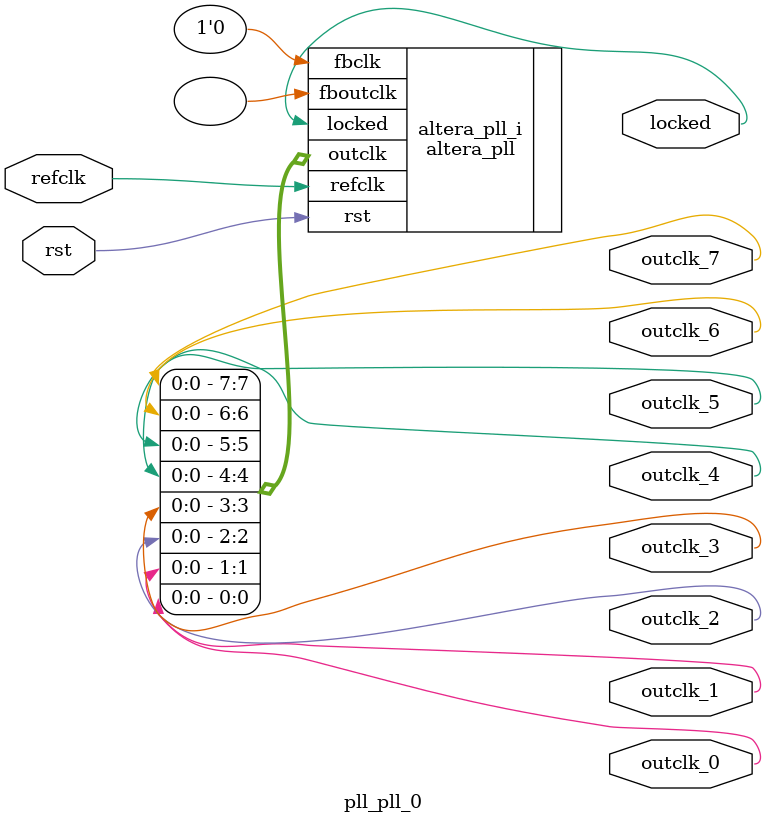
<source format=v>
`timescale 1ns/10ps
module  pll_pll_0(

	// interface 'refclk'
	input wire refclk,

	// interface 'reset'
	input wire rst,

	// interface 'outclk0'
	output wire outclk_0,

	// interface 'outclk1'
	output wire outclk_1,

	// interface 'outclk2'
	output wire outclk_2,

	// interface 'outclk3'
	output wire outclk_3,

	// interface 'outclk4'
	output wire outclk_4,

	// interface 'outclk5'
	output wire outclk_5,

	// interface 'outclk6'
	output wire outclk_6,

	// interface 'outclk7'
	output wire outclk_7,

	// interface 'locked'
	output wire locked
);

	altera_pll #(
		.fractional_vco_multiplier("true"),
		.reference_clock_frequency("50.0 MHz"),
		.operation_mode("normal"),
		.number_of_clocks(8),
		.output_clock_frequency0("255.999872 MHz"),
		.phase_shift0("0 ps"),
		.duty_cycle0(50),
		.output_clock_frequency1("109.714257 MHz"),
		.phase_shift1("0 ps"),
		.duty_cycle1(50),
		.output_clock_frequency2("63.999981 MHz"),
		.phase_shift2("0 ps"),
		.duty_cycle2(50),
		.output_clock_frequency3("31.999989 MHz"),
		.phase_shift3("0 ps"),
		.duty_cycle3(50),
		.output_clock_frequency4("15.999994 MHz"),
		.phase_shift4("0 ps"),
		.duty_cycle4(50),
		.output_clock_frequency5("7.999996 MHz"),
		.phase_shift5("0 ps"),
		.duty_cycle5(50),
		.output_clock_frequency6("3.999998 MHz"),
		.phase_shift6("0 ps"),
		.duty_cycle6(50),
		.output_clock_frequency7("1.999999 MHz"),
		.phase_shift7("0 ps"),
		.duty_cycle7(50),
		.output_clock_frequency8("0 MHz"),
		.phase_shift8("0 ps"),
		.duty_cycle8(50),
		.output_clock_frequency9("0 MHz"),
		.phase_shift9("0 ps"),
		.duty_cycle9(50),
		.output_clock_frequency10("0 MHz"),
		.phase_shift10("0 ps"),
		.duty_cycle10(50),
		.output_clock_frequency11("0 MHz"),
		.phase_shift11("0 ps"),
		.duty_cycle11(50),
		.output_clock_frequency12("0 MHz"),
		.phase_shift12("0 ps"),
		.duty_cycle12(50),
		.output_clock_frequency13("0 MHz"),
		.phase_shift13("0 ps"),
		.duty_cycle13(50),
		.output_clock_frequency14("0 MHz"),
		.phase_shift14("0 ps"),
		.duty_cycle14(50),
		.output_clock_frequency15("0 MHz"),
		.phase_shift15("0 ps"),
		.duty_cycle15(50),
		.output_clock_frequency16("0 MHz"),
		.phase_shift16("0 ps"),
		.duty_cycle16(50),
		.output_clock_frequency17("0 MHz"),
		.phase_shift17("0 ps"),
		.duty_cycle17(50),
		.pll_type("General"),
		.pll_subtype("General")
	) altera_pll_i (
		.rst	(rst),
		.outclk	({outclk_7, outclk_6, outclk_5, outclk_4, outclk_3, outclk_2, outclk_1, outclk_0}),
		.locked	(locked),
		.fboutclk	( ),
		.fbclk	(1'b0),
		.refclk	(refclk)
	);
endmodule


</source>
